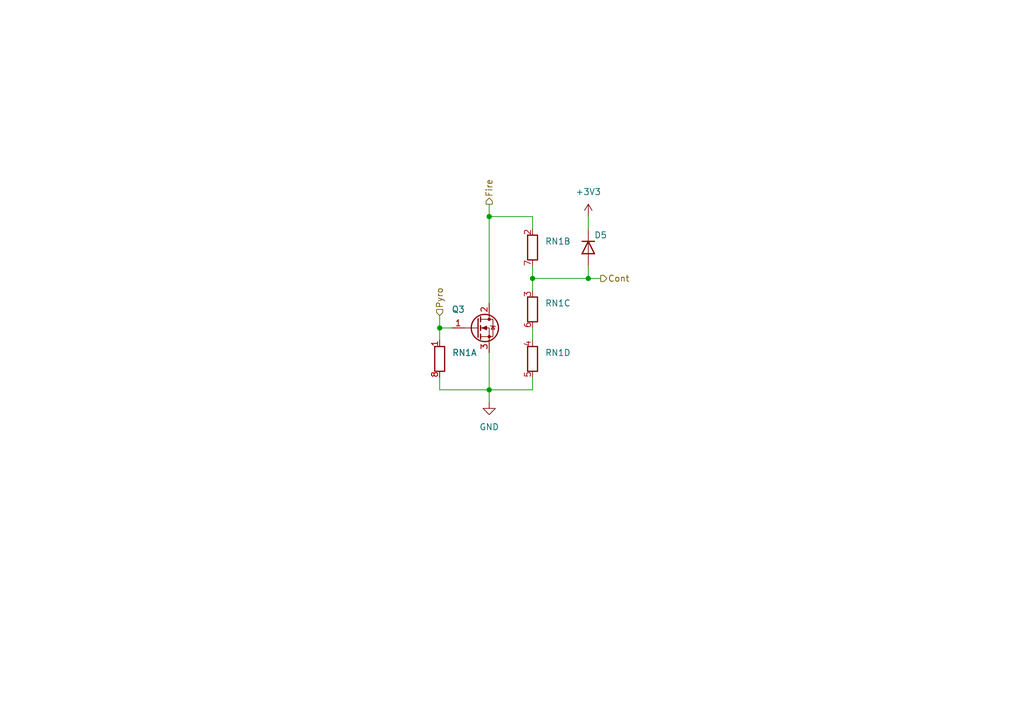
<source format=kicad_sch>
(kicad_sch (version 20211123) (generator eeschema)
  (paper "A5")
  (title_block (title "Pyro Channel") (comment 1 "2022/10/27 WH") (comment 2 "2022/10/27 DM") (comment 3 "FOR COMMENT"))
  (lib_symbols
    (symbol "Device:Q_NMOS_GDS" (pin_names (offset 0) hide)
      (property "Reference" "Q" (at 5.08 1.27 0))
      (property "Value" "Q_NMOS_GDS" (at 5.08 -1.27 0))
      (symbol "Q_NMOS_GDS_0_1"
        (polyline (pts (xy 0.254 0) (xy -2.54 0)))
        (polyline (pts (xy 0.254 1.905) (xy 0.254 -1.905)) (stroke (width 0.254)))
        (polyline (pts (xy 0.762 -1.27) (xy 0.762 -2.286)) (stroke (width 0.254)))
        (polyline (pts (xy 0.762 0.508) (xy 0.762 -0.508)) (stroke (width 0.254)))
        (polyline (pts (xy 0.762 2.286) (xy 0.762 1.27)) (stroke (width 0.254)))
        (polyline (pts (xy 2.54 2.54) (xy 2.54 1.778)))
        (polyline (pts (xy 2.54 -2.54) (xy 2.54 0) (xy 0.762 0)))
        (polyline (pts (xy 0.762 -1.778) (xy 3.302 -1.778) (xy 3.302 1.778) (xy 0.762 1.778)))
        (polyline (pts (xy 1.016 0) (xy 2.032 0.381) (xy 2.032 -0.381) (xy 1.016 0)) (fill (type outline)))
        (polyline (pts (xy 2.794 0.508) (xy 2.921 0.381) (xy 3.683 0.381) (xy 3.81 0.254)))
        (polyline (pts (xy 3.302 0.381) (xy 2.921 -0.254) (xy 3.683 -0.254) (xy 3.302 0.381)))
        (circle (center 1.651 0) (radius 2.794) (stroke (width 0.254)))
        (circle (center 2.54 -1.778) (radius 0.254) (fill (type outline)))
        (circle (center 2.54 1.778) (radius 0.254) (fill (type outline)))
      )
      (symbol "Q_NMOS_GDS_1_1"
        (pin input line (at -5.08 0 0) (length 2.54) (name "G") (number "1"))
        (pin passive line (at 2.54 5.08 270) (length 2.54) (name "D") (number "2"))
        (pin passive line (at 2.54 -5.08 90) (length 2.54) (name "S") (number "3"))
      )
    )
    (symbol "Device:R_Pack04_Split" (pin_names (offset 0) hide)
      (property "Reference" "RN" (at 2.032 0 90))
      (property "Value" "R_Pack04_Split" (at 0 0 90))
      (symbol "R_Pack04_Split_0_1"
        (rectangle (start 1.016 2.54) (end -1.016 -2.54) (stroke (width 0.254)))
      )
      (symbol "R_Pack04_Split_1_1"
        (pin passive line (at 0 -3.81 90) (length 1.27) (name "R1.1") (number "1"))
        (pin passive line (at 0 3.81 270) (length 1.27) (name "R1.2") (number "8"))
      )
      (symbol "R_Pack04_Split_2_1"
        (pin passive line (at 0 -3.81 90) (length 1.27) (name "R2.1") (number "2"))
        (pin passive line (at 0 3.81 270) (length 1.27) (name "R2.2") (number "7"))
      )
      (symbol "R_Pack04_Split_3_1"
        (pin passive line (at 0 -3.81 90) (length 1.27) (name "R3.1") (number "3"))
        (pin passive line (at 0 3.81 270) (length 1.27) (name "R3.2") (number "6"))
      )
      (symbol "R_Pack04_Split_4_1"
        (pin passive line (at 0 -3.81 90) (length 1.27) (name "R4.1") (number "4"))
        (pin passive line (at 0 3.81 270) (length 1.27) (name "R4.2") (number "5"))
      )
    )
    (symbol "Diode:1N914" (pin_numbers hide) (pin_names (offset 1.016) hide)
      (property "Reference" "D" (at 0 2.54 0))
      (property "Value" "1N914" (at 0 -2.54 0))
      (symbol "1N914_0_1"
        (polyline (pts (xy -1.27 1.27) (xy -1.27 -1.27)) (stroke (width 0.254)))
        (polyline (pts (xy 1.27 0) (xy -1.27 0)))
        (polyline (pts (xy 1.27 1.27) (xy 1.27 -1.27) (xy -1.27 0) (xy 1.27 1.27)) (stroke (width 0.254)))
      )
      (symbol "1N914_1_1"
        (pin passive line (at -3.81 0 0) (length 2.54) (name "K") (number "1"))
        (pin passive line (at 3.81 0 180) (length 2.54) (name "A") (number "2"))
      )
    )
    (symbol "power:+3V3" (power) (pin_names (offset 0))
      (property "Value" "+3V3" (at 0 3.556 0))
      (symbol "+3V3_0_1"
        (polyline (pts (xy -0.762 1.27) (xy 0 2.54)))
        (polyline (pts (xy 0 0) (xy 0 2.54)))
        (polyline (pts (xy 0 2.54) (xy 0.762 1.27)))
      )
      (symbol "+3V3_1_1"
        (pin power_in line (at 0 0 90) (length 0) hide (name "+3V3") (number "1"))
      )
    )
    (symbol "power:GND" (power) (pin_names (offset 0))
      (property "Value" "GND" (at 0 -3.81 0))
      (symbol "GND_0_1"
        (polyline (pts (xy 0 0) (xy 0 -1.27) (xy 1.27 -1.27) (xy 0 -2.54) (xy -1.27 -1.27) (xy 0 -1.27)))
      )
      (symbol "GND_1_1"
        (pin power_in line (at 0 0 270) (length 0) hide (name "GND") (number "1"))
      )
    )
  )
  (junction (at 100.33 80.01))
  (junction (at 90.17 67.31))
  (junction (at 100.33 44.45))
  (junction (at 109.22 57.15))
  (junction (at 120.65 57.15))
  (wire (pts (xy 90.17 64.77) (xy 90.17 67.31)))
  (wire (pts (xy 109.22 57.15) (xy 109.22 59.69)))
  (wire (pts (xy 120.65 54.61) (xy 120.65 57.15)))
  (wire (pts (xy 100.33 80.01) (xy 100.33 82.55)))
  (wire (pts (xy 109.22 77.47) (xy 109.22 80.01)))
  (wire (pts (xy 90.17 67.31) (xy 92.71 67.31)))
  (wire (pts (xy 100.33 41.91) (xy 100.33 44.45)))
  (wire (pts (xy 100.33 44.45) (xy 100.33 62.23)))
  (wire (pts (xy 90.17 67.31) (xy 90.17 69.85)))
  (wire (pts (xy 109.22 57.15) (xy 120.65 57.15)))
  (wire (pts (xy 100.33 44.45) (xy 109.22 44.45)))
  (wire (pts (xy 90.17 77.47) (xy 90.17 80.01)))
  (wire (pts (xy 109.22 80.01) (xy 100.33 80.01)))
  (wire (pts (xy 120.65 44.45) (xy 120.65 46.99)))
  (wire (pts (xy 100.33 72.39) (xy 100.33 80.01)))
  (wire (pts (xy 109.22 54.61) (xy 109.22 57.15)))
  (wire (pts (xy 109.22 67.31) (xy 109.22 69.85)))
  (wire (pts (xy 120.65 57.15) (xy 123.19 57.15)))
  (wire (pts (xy 90.17 80.01) (xy 100.33 80.01)))
  (wire (pts (xy 109.22 44.45) (xy 109.22 46.99)))
  (hierarchical_label "Pyro" (shape input) (at 90.17 64.77 90))
  (hierarchical_label "Fire" (shape output) (at 100.33 41.91 90))
  (hierarchical_label "Cont" (shape output) (at 123.19 57.15 0))
  (symbol (lib_id "Device:R_Pack04_Split") (at 109.22 73.66 180) (unit 4)
    (property "Reference" "RN1" (at 111.76 72.3899 0) (effects (justify right)))
  )
  (symbol (lib_id "power:+3V3") (at 120.65 44.45 0) (unit 1)
    (property "Reference" "#PWR072" (effects hide))
  )
  (symbol (lib_id "Diode:1N914") (at 120.65 50.8 90) (mirror x) (unit 1)
    (property "Reference" "D5" (at 123.19 48.26 90))
    (property "Datasheet" "http://www.vishay.com/docs/85622/1n914.pdf" (effects hide))
    (property "LCSC" "C727081" (effects hide))
    (property "JLC" "SOD-123FL" (effects hide))
  )
  (symbol (lib_id "power:GND") (at 100.33 82.55 0) (unit 1)
    (property "Reference" "#PWR071" (effects hide))
  )
  (symbol (lib_id "Device:R_Pack04_Split") (at 109.22 63.5 180) (unit 3)
    (property "Reference" "RN1" (at 111.76 62.2299 0) (effects (justify right)))
  )
  (symbol (lib_id "Device:R_Pack04_Split") (at 109.22 50.8 180) (unit 2)
    (property "Reference" "RN1" (at 111.76 49.5299 0) (effects (justify right)))
  )
  (symbol (lib_id "Device:R_Pack04_Split") (at 90.17 73.66 180) (unit 1)
    (property "Reference" "RN1" (at 92.71 72.3899 0) (effects (justify right)))
  )
  (symbol (lib_id "Device:Q_NMOS_GDS") (at 97.79 67.31 0) (unit 1)
    (property "Reference" "Q3" (at 93.98 63.5 0))
  )
)
</source>
